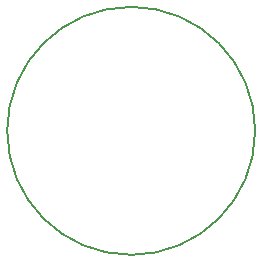
<source format=gbr>
G04 #@! TF.GenerationSoftware,KiCad,Pcbnew,5.0.2-bee76a0~70~ubuntu18.04.1*
G04 #@! TF.CreationDate,2019-06-24T09:26:36+02:00*
G04 #@! TF.ProjectId,PocketPCR_Lid,506f636b-6574-4504-9352-5f4c69642e6b,rev?*
G04 #@! TF.SameCoordinates,Original*
G04 #@! TF.FileFunction,Legend,Top*
G04 #@! TF.FilePolarity,Positive*
%FSLAX46Y46*%
G04 Gerber Fmt 4.6, Leading zero omitted, Abs format (unit mm)*
G04 Created by KiCad (PCBNEW 5.0.2-bee76a0~70~ubuntu18.04.1) date Mo 24 Jun 2019 09:26:36 CEST*
%MOMM*%
%LPD*%
G01*
G04 APERTURE LIST*
%ADD10C,0.150000*%
G04 APERTURE END LIST*
D10*
X110500000Y-100000000D02*
G75*
G03X110500000Y-100000000I-10500000J0D01*
G01*
M02*

</source>
